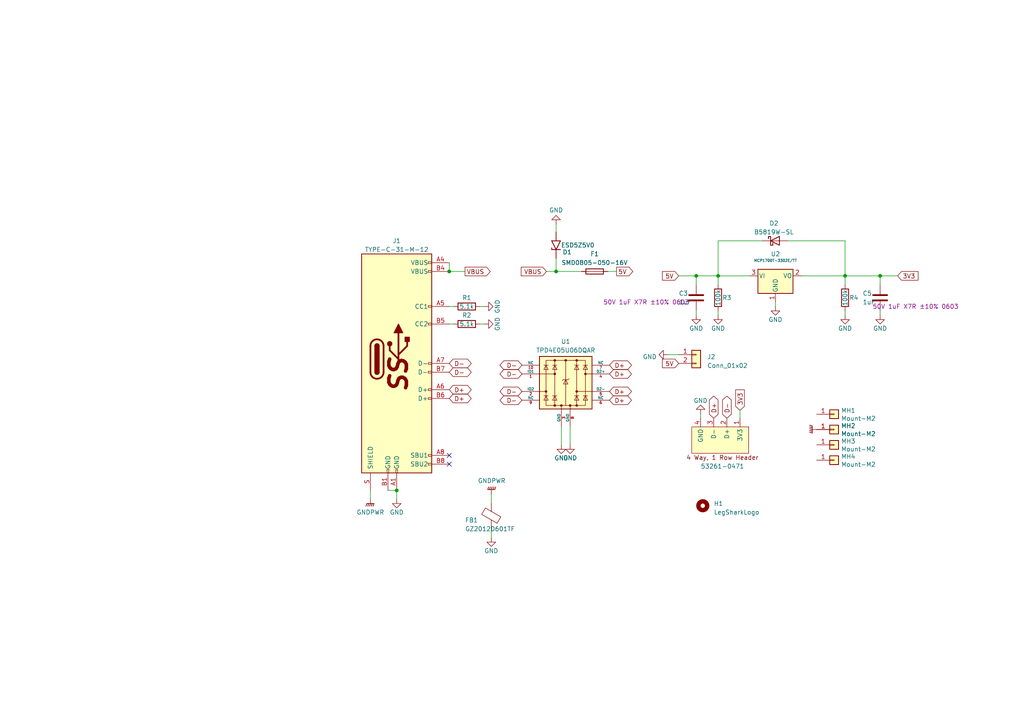
<source format=kicad_sch>
(kicad_sch (version 20230121) (generator eeschema)
  (paper "A4")
  (lib_symbols
    (symbol "Connector_Generic:Conn_01x01" (pin_names (offset 1.016) hide)
      (property "Reference" "J" (at 0 2.54 0))
      (property "Value" "Conn_01x01" (at 0 -2.54 0))
      (symbol "Conn_01x01_1_1"
        (rectangle (start -1.27 0.127) (end 0 -0.127) (stroke (width 0.1524)))
        (rectangle (start -1.27 1.27) (end 1.27 -1.27) (stroke (width 0.254)) (fill (type background)))
        (pin passive line (at -5.08 0 0) (length 3.81) (name "Pin_1") (number "1"))
      )
    )
    (symbol "Connector_Generic:Conn_01x02" (pin_names (offset 1.016) hide)
      (property "Reference" "J" (at 0 2.54 0))
      (property "Value" "Conn_01x02" (at 0 -5.08 0))
      (symbol "Conn_01x02_1_1"
        (rectangle (start -1.27 -2.413) (end 0 -2.667) (stroke (width 0.1524)))
        (rectangle (start -1.27 0.127) (end 0 -0.127) (stroke (width 0.1524)))
        (rectangle (start -1.27 1.27) (end 1.27 -3.81) (stroke (width 0.254)) (fill (type background)))
        (pin passive line (at -5.08 0 0) (length 3.81) (name "Pin_1") (number "1"))
        (pin passive line (at -5.08 -2.54 0) (length 3.81) (name "Pin_2") (number "2"))
      )
    )
    (symbol "Device:C" (pin_numbers hide) (pin_names (offset 0.254))
      (property "Reference" "C" (at 0.635 2.54 0))
      (property "Value" "C" (at 0.635 -2.54 0))
      (symbol "C_0_1"
        (polyline (pts (xy -2.032 -0.762) (xy 2.032 -0.762)) (stroke (width 0.508)))
        (polyline (pts (xy -2.032 0.762) (xy 2.032 0.762)) (stroke (width 0.508)))
      )
      (symbol "C_1_1"
        (pin passive line (at 0 3.81 270) (length 2.794) (name "~") (number "1"))
        (pin passive line (at 0 -3.81 90) (length 2.794) (name "~") (number "2"))
      )
    )
    (symbol "Device:D_Schottky" (pin_numbers hide) (pin_names (offset 1.016) hide)
      (property "Reference" "D" (at 0 2.54 0))
      (property "Value" "D_Schottky" (at 0 -2.54 0))
      (symbol "D_Schottky_0_1"
        (polyline (pts (xy 1.27 0) (xy -1.27 0)))
        (polyline (pts (xy 1.27 1.27) (xy 1.27 -1.27) (xy -1.27 0) (xy 1.27 1.27)) (stroke (width 0.254)))
        (polyline (pts (xy -1.905 0.635) (xy -1.905 1.27) (xy -1.27 1.27) (xy -1.27 -1.27) (xy -0.635 -1.27) (xy -0.635 -0.635)) (stroke (width 0.254)))
      )
      (symbol "D_Schottky_1_1"
        (pin passive line (at -3.81 0 0) (length 2.54) (name "K") (number "1"))
        (pin passive line (at 3.81 0 180) (length 2.54) (name "A") (number "2"))
      )
    )
    (symbol "Device:FerriteBead" (pin_numbers hide) (pin_names (offset 0))
      (property "Reference" "FB" (at -3.81 0.635 90))
      (property "Value" "FerriteBead" (at 3.81 0 90))
      (symbol "FerriteBead_0_1"
        (polyline (pts (xy 0 -1.27) (xy 0 -1.2192)))
        (polyline (pts (xy 0 1.27) (xy 0 1.2954)))
        (polyline (pts (xy -2.7686 0.4064) (xy -1.7018 2.2606) (xy 2.7686 -0.3048) (xy 1.6764 -2.159) (xy -2.7686 0.4064)))
      )
      (symbol "FerriteBead_1_1"
        (pin passive line (at 0 3.81 270) (length 2.54) (name "~") (number "1"))
        (pin passive line (at 0 -3.81 90) (length 2.54) (name "~") (number "2"))
      )
    )
    (symbol "Device:Fuse" (pin_numbers hide) (pin_names (offset 0))
      (property "Reference" "F" (at 2.032 0 90))
      (property "Value" "Fuse" (at -1.905 0 90))
      (symbol "Fuse_0_1"
        (rectangle (start -0.762 -2.54) (end 0.762 2.54) (stroke (width 0.254)))
        (polyline (pts (xy 0 2.54) (xy 0 -2.54)))
      )
      (symbol "Fuse_1_1"
        (pin passive line (at 0 3.81 270) (length 1.27) (name "~") (number "1"))
        (pin passive line (at 0 -3.81 90) (length 1.27) (name "~") (number "2"))
      )
    )
    (symbol "Device:R" (pin_numbers hide) (pin_names (offset 0))
      (property "Reference" "R" (at 2.032 0 90))
      (property "Value" "R" (at 0 0 90))
      (symbol "R_0_1"
        (rectangle (start -1.016 -2.54) (end 1.016 2.54) (stroke (width 0.254)))
      )
      (symbol "R_1_1"
        (pin passive line (at 0 3.81 270) (length 1.27) (name "~") (number "1"))
        (pin passive line (at 0 -3.81 90) (length 1.27) (name "~") (number "2"))
      )
    )
    (symbol "Diode:SMF6V0A" (pin_numbers hide) (pin_names (offset 1.016) hide)
      (property "Reference" "D" (at 0 2.54 0))
      (property "Value" "SMF6V0A" (at 0 -2.54 0))
      (symbol "SMF6V0A_0_1"
        (polyline (pts (xy -0.762 1.27) (xy -1.27 1.27) (xy -1.27 -1.27)) (stroke (width 0.254)))
        (polyline (pts (xy 1.27 1.27) (xy 1.27 -1.27) (xy -1.27 0) (xy 1.27 1.27)) (stroke (width 0.254)))
      )
      (symbol "SMF6V0A_1_1"
        (pin passive line (at -3.81 0 0) (length 2.54) (name "A1") (number "1"))
        (pin passive line (at 3.81 0 180) (length 2.54) (name "A2") (number "2"))
      )
    )
    (symbol "Mechanical:MountingHole" (pin_names (offset 1.016))
      (property "Reference" "H" (at 0 5.08 0))
      (property "Value" "MountingHole" (at 0 3.175 0))
      (symbol "MountingHole_0_1"
        (circle (center 0 0) (radius 1.27) (stroke (width 1.27)))
      )
    )
    (symbol "Regulator_Linear:MCP1700-3302E_SOT23" (pin_names (offset 0.254))
      (property "Reference" "U" (at -3.81 3.175 0))
      (property "Value" "MCP1700-3302E_SOT23" (at 0 3.175 0))
      (symbol "MCP1700-3302E_SOT23_0_1"
        (rectangle (start -5.08 1.905) (end 5.08 -5.08) (stroke (width 0.254)) (fill (type background)))
      )
      (symbol "MCP1700-3302E_SOT23_1_1"
        (pin power_in line (at 0 -7.62 90) (length 2.54) (name "GND") (number "1"))
        (pin power_out line (at 7.62 0 180) (length 2.54) (name "VO") (number "2"))
        (pin power_in line (at -7.62 0 0) (length 2.54) (name "VI") (number "3"))
      )
    )
    (symbol "acheron_Symbols:TPD4E05U06DQAR" (pin_names (offset 0))
      (property "Reference" "U" (at 0 12.7 0))
      (property "Value" "TPD4E05U06DQAR" (at 0 10.16 0))
      (symbol "TPD4E05U06DQAR_0_0"
        (rectangle (start -5.715 6.477) (end 5.715 -6.604))
        (polyline (pts (xy -3.175 -6.604) (xy -3.175 6.477)))
        (polyline (pts (xy 0 6.477) (xy 0 -6.604)))
        (polyline (pts (xy 3.175 6.477) (xy 3.175 -6.604)))
      )
      (symbol "TPD4E05U06DQAR_0_1"
        (rectangle (start -7.62 7.62) (end 7.62 -7.62) (stroke (width 0.254)) (fill (type background)))
        (circle (center -5.715 -2.54) (radius 0.2794) (fill (type outline)))
        (circle (center -3.175 -6.604) (radius 0.2794) (fill (type outline)))
        (circle (center -3.175 2.54) (radius 0.2794) (fill (type outline)))
        (circle (center -3.175 6.477) (radius 0.2794) (fill (type outline)))
        (circle (center -1.27 -6.604) (radius 0.2794) (fill (type outline)))
        (polyline (pts (xy -7.747 2.54) (xy -3.175 2.54)))
        (polyline (pts (xy -7.62 -2.54) (xy -5.715 -2.54)))
        (polyline (pts (xy -5.08 -3.81) (xy -6.35 -3.81)))
        (polyline (pts (xy -5.08 5.08) (xy -6.35 5.08)))
        (polyline (pts (xy -2.54 -3.81) (xy -3.81 -3.81)))
        (polyline (pts (xy -2.54 5.08) (xy -3.81 5.08)))
        (polyline (pts (xy -1.27 -6.604) (xy -1.27 -7.62)))
        (polyline (pts (xy -0.635 0.889) (xy -1.016 0.635)))
        (polyline (pts (xy 0.635 0.889) (xy -0.635 0.889)))
        (polyline (pts (xy 0.635 0.889) (xy 1.016 1.143)))
        (polyline (pts (xy 3.81 -3.81) (xy 2.54 -3.81)))
        (polyline (pts (xy 3.81 5.08) (xy 2.54 5.08)))
        (polyline (pts (xy 6.35 -3.81) (xy 5.08 -3.81)))
        (polyline (pts (xy 6.35 5.08) (xy 5.08 5.08)))
        (polyline (pts (xy 7.62 -2.54) (xy 3.175 -2.54)))
        (polyline (pts (xy 7.62 2.54) (xy 5.715 2.54)))
        (polyline (pts (xy -5.08 -5.08) (xy -6.35 -5.08) (xy -5.715 -3.81) (xy -5.08 -5.08)))
        (polyline (pts (xy -5.08 3.81) (xy -6.35 3.81) (xy -5.715 5.08) (xy -5.08 3.81)))
        (polyline (pts (xy -2.54 -5.08) (xy -3.81 -5.08) (xy -3.175 -3.81) (xy -2.54 -5.08)))
        (polyline (pts (xy -2.54 3.81) (xy -3.81 3.81) (xy -3.175 5.08) (xy -2.54 3.81)))
        (polyline (pts (xy 0.635 -0.381) (xy -0.635 -0.381) (xy 0 0.889) (xy 0.635 -0.381)))
        (polyline (pts (xy 3.81 -5.08) (xy 2.54 -5.08) (xy 3.175 -3.81) (xy 3.81 -5.08)))
        (polyline (pts (xy 3.81 3.81) (xy 2.54 3.81) (xy 3.175 5.08) (xy 3.81 3.81)))
        (polyline (pts (xy 6.35 -5.08) (xy 5.08 -5.08) (xy 5.715 -3.81) (xy 6.35 -5.08)))
        (polyline (pts (xy 6.35 3.81) (xy 5.08 3.81) (xy 5.715 5.08) (xy 6.35 3.81)))
        (circle (center 0 6.477) (radius 0.2794) (fill (type outline)))
        (circle (center 3.175 -6.604) (radius 0.2794) (fill (type outline)))
        (circle (center 3.175 -2.54) (radius 0.2794) (fill (type outline)))
        (circle (center 3.175 6.477) (radius 0.2794) (fill (type outline)))
        (circle (center 5.715 2.54) (radius 0.2794) (fill (type outline)))
      )
      (symbol "TPD4E05U06DQAR_1_1"
        (polyline (pts (xy 1.27 -6.604) (xy 1.27 -7.62)))
        (circle (center 1.27 -6.604) (radius 0.2794) (fill (type outline)))
        (pin bidirectional line (at -12.7 2.54 0) (length 5.08) (name "IO1") (number "1"))
        (pin bidirectional line (at -12.7 5.08 0) (length 5.08) (name "NC") (number "10"))
        (pin bidirectional line (at -12.7 -2.54 0) (length 5.08) (name "IO2") (number "2"))
        (pin power_in line (at -1.27 -12.7 90) (length 5.08) (name "GND") (number "3"))
        (pin bidirectional line (at 12.7 2.54 180) (length 5.08) (name "D2+") (number "4"))
        (pin bidirectional line (at 12.7 -2.54 180) (length 5.08) (name "D2-") (number "5"))
        (pin bidirectional line (at 12.7 -5.08 180) (length 5.08) (name "NC") (number "6"))
        (pin bidirectional line (at 12.7 5.08 180) (length 5.08) (name "NC") (number "7"))
        (pin power_in line (at 1.27 -12.7 90) (length 5.08) (name "GND") (number "8"))
        (pin bidirectional line (at -12.7 -5.08 0) (length 5.08) (name "NC") (number "9"))
      )
    )
    (symbol "acheron_Symbols:TYPE-C-31-M12_13" (pin_names (offset 1.016))
      (property "Reference" "J" (at -1.27 35.56 0))
      (property "Value" "TYPE-C-31-M12_13" (at 10.16 33.02 0))
      (symbol "TYPE-C-31-M12_13_0_0"
        (rectangle (start -0.254 -31.75) (end 0.254 -30.734))
        (rectangle (start 10.16 -28.956) (end 9.144 -29.464))
        (rectangle (start 10.16 -26.416) (end 9.144 -26.924))
        (rectangle (start 10.16 -9.906) (end 9.144 -10.414))
        (rectangle (start 10.16 -7.366) (end 9.144 -7.874))
        (rectangle (start 10.16 -2.286) (end 9.144 -2.794))
        (rectangle (start 10.16 0.254) (end 9.144 -0.254))
        (rectangle (start 10.16 11.684) (end 9.144 11.176))
        (rectangle (start 10.16 16.764) (end 9.144 16.256))
        (rectangle (start 10.16 29.464) (end 9.144 28.956))
        (text "SS" (at 0.508 -3.175 900) (effects (font (size 5.08 5.08) bold italic)))
      )
      (symbol "TYPE-C-31-M12_13_0_1"
        (rectangle (start -10.16 31.75) (end 10.16 -31.75) (stroke (width 0.254)) (fill (type background)))
        (arc (start -7.62 -2.54) (mid -5.715 -4.4367) (end -3.81 -2.54) (stroke (width 0.508)))
        (arc (start -6.35 -2.54) (mid -5.715 -3.1723) (end -5.08 -2.54) (stroke (width 0.254)))
        (arc (start -6.35 -2.54) (mid -5.715 -3.1723) (end -5.08 -2.54) (stroke (width 0.254)) (fill (type outline)))
        (rectangle (start -6.35 -2.54) (end -5.08 5.08) (stroke (width 0.254)) (fill (type outline)))
        (arc (start -5.08 5.08) (mid -5.715 5.7123) (end -6.35 5.08) (stroke (width 0.254)))
        (arc (start -5.08 5.08) (mid -5.715 5.7123) (end -6.35 5.08) (stroke (width 0.254)) (fill (type outline)))
        (arc (start -3.81 5.08) (mid -5.715 6.9767) (end -7.62 5.08) (stroke (width 0.508)))
        (circle (center -2.032 5.715) (radius 0.635) (stroke (width 0.254)) (fill (type outline)))
        (polyline (pts (xy -7.62 -2.54) (xy -7.62 5.08)) (stroke (width 0.508)))
        (polyline (pts (xy -3.81 5.08) (xy -3.81 -2.54)) (stroke (width 0.508)))
        (polyline (pts (xy 0.508 0) (xy 0.508 8.89)) (stroke (width 0.508)))
        (polyline (pts (xy 0.508 1.27) (xy -2.032 3.81) (xy -2.032 5.08)) (stroke (width 0.508)))
        (polyline (pts (xy 0.508 2.54) (xy 3.048 5.08) (xy 3.048 6.35)) (stroke (width 0.508)))
        (polyline (pts (xy -0.762 8.89) (xy 0.508 11.43) (xy 1.778 8.89) (xy -0.762 8.89)) (stroke (width 0.254)) (fill (type outline)))
        (rectangle (start 2.413 6.35) (end 3.683 7.62) (stroke (width 0.254)) (fill (type outline)))
      )
      (symbol "TYPE-C-31-M12_13_1_1"
        (rectangle (start -2.794 -31.75) (end -2.286 -30.734))
        (rectangle (start 10.16 26.924) (end 9.144 26.416))
        (pin power_out line (at 0 -36.83 90) (length 5.08) (name "GND") (number "A1"))
        (pin power_out line (at 15.24 29.21 180) (length 5.08) (name "VBUS") (number "A4"))
        (pin bidirectional line (at 15.24 16.51 180) (length 5.08) (name "CC1") (number "A5"))
        (pin bidirectional line (at 15.24 -7.62 180) (length 5.08) (name "D+") (number "A6"))
        (pin bidirectional line (at 15.24 0 180) (length 5.08) (name "D-") (number "A7"))
        (pin bidirectional line (at 15.24 -26.67 180) (length 5.08) (name "SBU1") (number "A8"))
        (pin power_out line (at -2.54 -36.83 90) (length 5.08) (name "GND") (number "B1"))
        (pin power_out line (at 15.24 26.67 180) (length 5.08) (name "VBUS") (number "B4"))
        (pin bidirectional line (at 15.24 11.43 180) (length 5.08) (name "CC2") (number "B5"))
        (pin bidirectional line (at 15.24 -10.16 180) (length 5.08) (name "D+") (number "B6"))
        (pin bidirectional line (at 15.24 -2.54 180) (length 5.08) (name "D-") (number "B7"))
        (pin bidirectional line (at 15.24 -29.21 180) (length 5.08) (name "SBU2") (number "B8"))
        (pin passive line (at -7.62 -36.83 90) (length 5.08) (name "SHIELD") (number "S"))
      )
    )
    (symbol "legshark_symbols:Header_4_Way,_1_Row"
      (property "Value" "53261-0471" (at 7.62 0 90))
      (symbol "Header_4_Way,_1_Row_1_1"
        (rectangle (start -3.81 7.62) (end 3.81 -8.89) (fill (type background)))
        (text "4 Way, 1 Row Header" (at 5.08 0 900) (effects (font (size 1.27 1.27))))
        (pin bidirectional line (at -6.35 5.08 0) (length 2.54) (name "3V3") (number "1"))
        (pin bidirectional line (at -6.35 1.27 0) (length 2.54) (name "D+") (number "2"))
        (pin bidirectional line (at -6.35 -2.54 0) (length 2.54) (name "D-") (number "3"))
        (pin bidirectional line (at -6.35 -6.35 0) (length 2.54) (name "GND") (number "4"))
      )
    )
    (symbol "power:GND" (power) (pin_names (offset 0))
      (property "Value" "GND" (at 0 -3.81 0))
      (symbol "GND_0_1"
        (polyline (pts (xy 0 0) (xy 0 -1.27) (xy 1.27 -1.27) (xy 0 -2.54) (xy -1.27 -1.27) (xy 0 -1.27)))
      )
      (symbol "GND_1_1"
        (pin power_in line (at 0 0 270) (length 0) hide (name "GND") (number "1"))
      )
    )
    (symbol "power:GNDPWR" (power) (pin_names (offset 0))
      (property "Value" "GNDPWR" (at 0 -3.302 0))
      (symbol "GNDPWR_0_1"
        (polyline (pts (xy 0 -1.27) (xy 0 0)))
        (polyline (pts (xy -1.016 -1.27) (xy -1.27 -2.032) (xy -1.27 -2.032)) (stroke (width 0.2032)))
        (polyline (pts (xy -0.508 -1.27) (xy -0.762 -2.032) (xy -0.762 -2.032)) (stroke (width 0.2032)))
        (polyline (pts (xy 0 -1.27) (xy -0.254 -2.032) (xy -0.254 -2.032)) (stroke (width 0.2032)))
        (polyline (pts (xy 0.508 -1.27) (xy 0.254 -2.032) (xy 0.254 -2.032)) (stroke (width 0.2032)))
        (polyline (pts (xy 1.016 -1.27) (xy -1.016 -1.27) (xy -1.016 -1.27)) (stroke (width 0.2032)))
        (polyline (pts (xy 1.016 -1.27) (xy 0.762 -2.032) (xy 0.762 -2.032) (xy 0.762 -2.032)) (stroke (width 0.2032)))
      )
      (symbol "GNDPWR_1_1"
        (pin power_in line (at 0 0 270) (length 0) hide (name "GNDPWR") (number "1"))
      )
    )
  )
  (junction (at 245.11 80.01))
  (junction (at 115.062 142.24))
  (junction (at 161.29 78.74))
  (junction (at 130.302 78.74))
  (junction (at 201.93 80.01))
  (junction (at 208.28 80.01))
  (junction (at 255.27 80.01))
  (no_connect (at 130.302 134.62))
  (no_connect (at 130.302 132.08))
  (wire (pts (xy 131.572 93.98) (xy 130.302 93.98)))
  (wire (pts (xy 255.27 80.01) (xy 255.27 82.55)))
  (wire (pts (xy 245.11 80.01) (xy 255.27 80.01)))
  (wire (pts (xy 176.276 78.74) (xy 178.816 78.74)))
  (wire (pts (xy 140.462 88.9) (xy 139.192 88.9)))
  (wire (pts (xy 130.302 78.74) (xy 134.874 78.74)))
  (wire (pts (xy 201.93 91.44) (xy 201.93 90.17)))
  (wire (pts (xy 224.917 87.63) (xy 224.917 88.9)))
  (wire (pts (xy 208.28 80.01) (xy 217.297 80.01)))
  (wire (pts (xy 161.29 78.74) (xy 168.656 78.74)))
  (wire (pts (xy 208.28 80.01) (xy 208.28 82.55)))
  (wire (pts (xy 255.27 91.44) (xy 255.27 90.17)))
  (wire (pts (xy 193.675 102.87) (xy 196.85 102.87)))
  (wire (pts (xy 201.93 80.01) (xy 201.93 82.55)))
  (wire (pts (xy 208.28 91.44) (xy 208.28 90.17)))
  (wire (pts (xy 161.29 74.93) (xy 161.29 78.74)))
  (wire (pts (xy 142.494 143.256) (xy 142.494 145.796)))
  (wire (pts (xy 130.302 76.2) (xy 130.302 78.74)))
  (wire (pts (xy 203.2 120.015) (xy 203.2 121.285)))
  (wire (pts (xy 214.63 118.999) (xy 214.63 121.285)))
  (wire (pts (xy 165.354 129.032) (xy 165.354 123.698)))
  (wire (pts (xy 245.11 91.44) (xy 245.11 90.17)))
  (wire (pts (xy 245.11 80.01) (xy 245.11 69.85)))
  (wire (pts (xy 255.27 80.01) (xy 260.35 80.01)))
  (wire (pts (xy 158.496 78.74) (xy 161.29 78.74)))
  (wire (pts (xy 208.28 80.01) (xy 208.28 69.85)))
  (wire (pts (xy 232.537 80.01) (xy 245.11 80.01)))
  (wire (pts (xy 162.814 129.032) (xy 162.814 123.698)))
  (wire (pts (xy 196.85 80.01) (xy 201.93 80.01)))
  (wire (pts (xy 142.494 153.416) (xy 142.494 155.956)))
  (wire (pts (xy 140.462 93.98) (xy 139.192 93.98)))
  (wire (pts (xy 228.6 69.85) (xy 245.11 69.85)))
  (wire (pts (xy 201.93 80.01) (xy 208.28 80.01)))
  (wire (pts (xy 107.442 144.78) (xy 107.442 142.24)))
  (wire (pts (xy 115.062 142.24) (xy 115.062 144.78)))
  (wire (pts (xy 245.11 80.01) (xy 245.11 82.55)))
  (wire (pts (xy 131.572 88.9) (xy 130.302 88.9)))
  (wire (pts (xy 208.28 69.85) (xy 220.98 69.85)))
  (wire (pts (xy 161.29 65.024) (xy 161.29 67.31)))
  (wire (pts (xy 112.522 142.24) (xy 115.062 142.24)))
  (global_label "3V3" (shape input) (at 214.63 118.999 90) (property "Intersheetrefs" "${INTERSHEET_REFS}" (effects hide)))
  (global_label "D-" (shape bidirectional) (at 151.384 105.918 180) (property "Intersheetrefs" "${INTERSHEET_REFS}" (effects hide)))
  (global_label "D+" (shape bidirectional) (at 176.784 116.078 0) (property "Intersheetrefs" "${INTERSHEET_REFS}" (effects hide)))
  (global_label "D-" (shape bidirectional) (at 151.384 108.458 180) (property "Intersheetrefs" "${INTERSHEET_REFS}" (effects hide)))
  (global_label "D+" (shape bidirectional) (at 176.784 108.458 0) (property "Intersheetrefs" "${INTERSHEET_REFS}" (effects hide)))
  (global_label "D+" (shape bidirectional) (at 176.784 113.538 0) (property "Intersheetrefs" "${INTERSHEET_REFS}" (effects hide)))
  (global_label "D-" (shape bidirectional) (at 210.82 121.285 90) (property "Intersheetrefs" "${INTERSHEET_REFS}" (effects hide)))
  (global_label "D+" (shape bidirectional) (at 176.784 105.918 0) (property "Intersheetrefs" "${INTERSHEET_REFS}" (effects hide)))
  (global_label "D+" (shape bidirectional) (at 130.302 115.57 0) (property "Intersheetrefs" "${INTERSHEET_REFS}" (effects hide)))
  (global_label "5V" (shape input) (at 196.85 105.41 180) (property "Intersheetrefs" "${INTERSHEET_REFS}" (effects hide)))
  (global_label "5V" (shape input) (at 196.85 80.01 180) (property "Intersheetrefs" "${INTERSHEET_REFS}" (effects hide)))
  (global_label "D-" (shape bidirectional) (at 151.384 113.538 180) (property "Intersheetrefs" "${INTERSHEET_REFS}" (effects hide)))
  (global_label "D-" (shape bidirectional) (at 130.302 107.95 0) (property "Intersheetrefs" "${INTERSHEET_REFS}" (effects hide)))
  (global_label "5V" (shape output) (at 178.816 78.74 0) (property "Intersheetrefs" "${INTERSHEET_REFS}" (effects hide)))
  (global_label "D-" (shape bidirectional) (at 130.302 105.41 0) (property "Intersheetrefs" "${INTERSHEET_REFS}" (effects hide)))
  (global_label "D+" (shape bidirectional) (at 130.302 113.03 0) (property "Intersheetrefs" "${INTERSHEET_REFS}" (effects hide)))
  (global_label "VBUS" (shape input) (at 158.496 78.74 180) (property "Intersheetrefs" "${INTERSHEET_REFS}" (effects hide)))
  (global_label "D-" (shape bidirectional) (at 151.384 116.078 180) (property "Intersheetrefs" "${INTERSHEET_REFS}" (effects hide)))
  (global_label "VBUS" (shape output) (at 134.874 78.74 0) (property "Intersheetrefs" "${INTERSHEET_REFS}" (effects hide)))
  (global_label "D+" (shape bidirectional) (at 207.01 121.285 90) (property "Intersheetrefs" "${INTERSHEET_REFS}" (effects hide)))
  (global_label "3V3" (shape input) (at 260.35 80.01 0) (property "Intersheetrefs" "${INTERSHEET_REFS}" (effects hide)))
  (symbol (lib_id "power:GND") (at 208.28 91.44 0) (unit 1)
    (property "Reference" "#PWR0108" (effects hide))
    (property "Value" "GND" (at 208.28 95.25 0))
  )
  (symbol (lib_id "power:GND") (at 201.93 91.44 0) (unit 1)
    (property "Reference" "#PWR0113" (effects hide))
    (property "Value" "GND" (at 201.93 95.25 0))
  )
  (symbol (lib_id "Device:R") (at 245.11 86.36 180) (unit 1)
    (property "Reference" "R4" (at 247.65 86.36 0))
    (property "Value" "100k" (at 245.11 86.36 90))
    (property "Footprint" "Resistor_SMD:R_0402_1005Metric" (effects hide))
    (property "Package" "0402" (effects hide))
    (property "Specification" "125mW Thick Film Resistors ±1% 100kΩ 0402" (effects hide))
    (property "Manufacturer" "YAGEO" (effects hide))
    (property "Vendor Part Number" "LCSC C606167" (effects hide))
  )
  (symbol (lib_id "power:GNDPWR") (at 107.442 144.78 0) (unit 1)
    (property "Reference" "#PWR01" (effects hide))
    (property "Value" "GNDPWR" (at 107.442 148.59 0))
  )
  (symbol (lib_id "Device:Fuse") (at 172.466 78.74 90) (unit 1)
    (property "Reference" "F1" (at 172.466 73.66 90))
    (property "Value" "SMD0805-050-16V" (at 172.466 76.2 90))
    (property "Footprint" "Fuse:Fuse_1206_3216Metric" (effects hide))
    (property "Manufacturer Part Number" "SMD0805-050-16V" (effects hide))
    (property "Package" "F0805" (effects hide))
    (property "Vendor Part Number" "LCSC C2833485" (effects hide))
  )
  (symbol (lib_id "power:GND") (at 203.2 120.015 180) (unit 1)
    (property "Reference" "#PWR0105" (effects hide))
    (property "Value" "GND" (at 203.2 116.205 0))
  )
  (symbol (lib_id "acheron_Symbols:TPD4E05U06DQAR") (at 164.084 110.998 0) (unit 1)
    (property "Reference" "U1" (at 164.084 99.06 0))
    (property "Value" "TPD4E05U06DQAR" (at 164.084 101.6 0))
    (property "Footprint" "Package_SON:USON-10_2.5x1.0mm_P0.5mm" (effects hide))
    (property "Manufacturer" "Texas Instruments" (effects hide))
    (property "Manufacturer Part #" "TPD4E05U06DQAR" (effects hide))
    (property "Package" "uSON-10" (effects hide))
    (property "Vendor Part Number" "LCSC C138714" (effects hide))
  )
  (symbol (lib_id "power:GND") (at 193.675 102.87 270) (unit 1)
    (property "Reference" "#PWR07" (effects hide))
    (property "Value" "GND" (at 190.5 103.505 90) (effects (justify right)))
  )
  (symbol (lib_id "Device:R") (at 208.28 86.36 180) (unit 1)
    (property "Reference" "R3" (at 210.82 86.36 0))
    (property "Value" "100k" (at 208.28 86.36 90))
    (property "Footprint" "Resistor_SMD:R_0402_1005Metric" (effects hide))
    (property "Package" "0402" (effects hide))
    (property "Specification" "125mW Thick Film Resistors ±1% 100kΩ 0402" (effects hide))
    (property "Manufacturer" "YAGEO" (effects hide))
    (property "Vendor Part Number" "LCSC C606167" (effects hide))
  )
  (symbol (lib_id "power:GNDPWR") (at 236.855 124.587 270) (unit 1)
    (property "Reference" "#PWR06" (effects hide))
    (property "Value" "GNDPWR" (effects hide))
  )
  (symbol (lib_id "power:GND") (at 224.917 88.9 0) (unit 1)
    (property "Reference" "#PWR0112" (effects hide))
    (property "Value" "GND" (at 224.917 92.71 0))
  )
  (symbol (lib_id "Connector_Generic:Conn_01x01") (at 241.935 124.587 0) (unit 1) (in_bom no)
    (property "Reference" "MH2" (at 243.9416 123.5202 0) (effects (justify left)))
    (property "Value" "Mount-M2" (at 243.9416 125.8316 0) (effects (justify left)))
    (property "Footprint" "MountingHole:MountingHole_2.2mm_M2_Pad_TopBottom" (effects hide))
  )
  (symbol (lib_id "Connector_Generic:Conn_01x02") (at 201.93 102.87 0) (unit 1)
    (property "Reference" "J2" (at 205.105 103.505 0) (effects (justify left)))
    (property "Value" "Conn_01x02" (at 205.105 106.045 0) (effects (justify left)))
    (property "Footprint" "acheron_Connectors:PinHeader_1x2_P2.54mm_Vertical" (effects hide))
  )
  (symbol (lib_id "Device:D_Schottky") (at 224.79 69.85 0) (unit 1)
    (property "Reference" "D2" (at 224.4725 64.77 0))
    (property "Value" "B5819W-SL" (at 224.4725 67.31 0))
    (property "Footprint" "Diode_SMD:D_SOD-123" (effects hide))
    (property "Package" "SOD-123" (effects hide))
    (property "Vendor Part Number" "LCSC C8598" (effects hide))
    (property "Manufacturer" "Changjiang Electronics Tech" (effects hide))
    (property "Specification" "1A SOD-123 Schottky Barrier Diodes" (effects hide))
  )
  (symbol (lib_id "power:GND") (at 255.27 91.44 0) (unit 1)
    (property "Reference" "#PWR0110" (effects hide))
    (property "Value" "GND" (at 255.27 95.25 0))
  )
  (symbol (lib_id "Device:C") (at 255.27 86.36 0) (unit 1)
    (property "Reference" "C5" (at 250.19 85.09 0) (effects (justify left)))
    (property "Value" "1uF " (at 250.19 87.63 0) (effects (justify left)))
    (property "Footprint" "Capacitor_SMD:C_0603_1608Metric" (effects hide))
    (property "Datasheet" "https://datasheet.lcsc.com/lcsc/1811111513_FH--Guangdong-Fenghua-Advanced-Tech-0603B105K500NT_C90540.pdf" (effects hide))
    (property "Specification" "50V 1uF X7R ±10% 0603" (at 265.557 88.9 0))
    (property "Package" "0603" (effects hide))
    (property "Manufacturer Part Number" "0603B105K500NT" (effects hide))
    (property "Manufacturer" "Guangdong Fenghua Advanced Tech" (effects hide))
    (property "Vendor Part Number" "LCSC C90540" (effects hide))
  )
  (symbol (lib_id "Device:R") (at 135.382 88.9 90) (unit 1)
    (property "Reference" "R1" (at 135.382 86.36 90))
    (property "Value" "5.1k" (at 135.382 88.9 90))
    (property "Footprint" "Resistor_SMD:R_0402_1005Metric" (effects hide))
  )
  (symbol (lib_id "power:GND") (at 165.354 129.032 0) (unit 1)
    (property "Reference" "#PWR04" (effects hide))
    (property "Value" "GND" (at 165.354 132.842 0))
  )
  (symbol (lib_id "power:GND") (at 142.494 155.956 0) (unit 1)
    (property "Reference" "#PWR0104" (effects hide))
    (property "Value" "GND" (at 142.494 159.766 0))
  )
  (symbol (lib_id "power:GND") (at 162.814 129.032 0) (unit 1)
    (property "Reference" "#PWR03" (effects hide))
    (property "Value" "GND" (at 162.814 132.842 0))
  )
  (symbol (lib_id "legshark_symbols:Header_4_Way,_1_Row") (at 209.55 127.635 270) (unit 1)
    (property "Reference" "T1" (effects hide))
    (property "Value" "53261-0471" (at 209.55 135.255 90))
    (property "Footprint" "Legshark:Molex, PicoBlade, 53261, 4 Way, 1 Row, Right Angle PCB Header" (effects hide))
    (property "Datasheet" "https://docs.rs-online.com/4dcc/0900766b8150e34b.pdf" (effects hide))
  )
  (symbol (lib_id "power:GND") (at 140.462 93.98 90) (unit 1)
    (property "Reference" "#PWR0101" (effects hide))
    (property "Value" "GND" (at 144.272 93.98 0))
  )
  (symbol (lib_id "Device:FerriteBead") (at 142.494 149.606 0) (unit 1)
    (property "Reference" "FB1" (at 134.874 150.876 0) (effects (justify left)))
    (property "Value" "GZ2012D601TF" (at 134.874 153.416 0) (effects (justify left)))
    (property "Footprint" "Inductor_SMD:L_0805_2012Metric_Pad1.05x1.20mm_HandSolder" (effects hide))
    (property "Manufacturer Part Number" "GZ2012D601TF" (effects hide))
    (property "Package" "F0805" (effects hide))
    (property "Vendor Part Number" "LCSC C1017" (effects hide))
  )
  (symbol (lib_id "Mechanical:MountingHole") (at 203.835 146.685 0) (unit 1)
    (property "Reference" "H1" (at 207.01 146.05 0) (effects (justify left)))
    (property "Value" "LegSharkLogo" (at 207.01 148.59 0) (effects (justify left)))
    (property "Footprint" "Legshark:Legshark_Small_Mask" (effects hide))
  )
  (symbol (lib_id "power:GND") (at 115.062 144.78 0) (unit 1)
    (property "Reference" "#PWR0103" (effects hide))
    (property "Value" "GND" (at 115.062 148.59 0))
  )
  (symbol (lib_id "Device:C") (at 201.93 86.36 0) (unit 1)
    (property "Reference" "C3" (at 196.85 85.09 0) (effects (justify left)))
    (property "Value" "1uF " (at 196.85 87.63 0) (effects (justify left)))
    (property "Footprint" "Capacitor_SMD:C_0603_1608Metric" (effects hide))
    (property "Datasheet" "https://datasheet.lcsc.com/lcsc/1811111513_FH--Guangdong-Fenghua-Advanced-Tech-0603B105K500NT_C90540.pdf" (effects hide))
    (property "Specification" "50V 1uF X7R ±10% 0603" (at 187.452 87.63 0))
    (property "Package" "0603" (effects hide))
    (property "Manufacturer Part Number" "0603B105K500NT" (effects hide))
    (property "Manufacturer" "Guangdong Fenghua Advanced Tech" (effects hide))
    (property "Vendor Part Number" "LCSC C90540" (effects hide))
  )
  (symbol (lib_id "Connector_Generic:Conn_01x01") (at 241.935 129.032 0) (unit 1) (in_bom no)
    (property "Reference" "MH3" (at 243.9416 127.9652 0) (effects (justify left)))
    (property "Value" "Mount-M2" (at 243.9416 130.2766 0) (effects (justify left)))
    (property "Footprint" "MountingHole:MountingHole_2.2mm_M2_Pad_TopOnly" (effects hide))
  )
  (symbol (lib_id "Device:R") (at 135.382 93.98 90) (unit 1)
    (property "Reference" "R2" (at 135.382 91.44 90))
    (property "Value" "5.1k" (at 135.382 93.98 90))
    (property "Footprint" "Resistor_SMD:R_0402_1005Metric" (effects hide))
  )
  (symbol (lib_id "acheron_Symbols:TYPE-C-31-M12_13") (at 115.062 105.41 0) (unit 1)
    (property "Reference" "J1" (at 115.062 69.85 0))
    (property "Value" "TYPE-C-31-M-12" (at 115.062 72.39 0))
    (property "Footprint" "acheron_Connectors:TYPE-C-31-M-12" (effects hide))
    (property "Datasheet" "https://www.usb.org/sites/default/files/documents/usb_type-c.zip" (effects hide))
    (property "Manufacturer Part Number" "TYPE-C-31-M-12" (effects hide))
    (property "Manufacturer" "Koren Hroparts" (effects hide))
    (property "Vendor Part Number" "LCSC C165948" (effects hide))
  )
  (symbol (lib_id "Diode:SMF6V0A") (at 161.29 71.12 90) (unit 1)
    (property "Reference" "D1" (at 165.862 73.152 90) (effects (justify left)))
    (property "Value" "ESD5Z5V0" (at 172.466 71.12 90) (effects (justify left)))
    (property "Footprint" "Diode_SMD:D_SOD-523" (effects hide))
    (property "Datasheet" "https://www.vishay.com/doc?85881" (effects hide))
    (property "Manufacturer" "MDD" (effects hide))
    (property "Manufacturer Part Number" "ESD5Z5V0" (effects hide))
    (property "Package" "SOD-523" (effects hide))
    (property "Vendor Part Number" "LCSC C502546" (effects hide))
  )
  (symbol (lib_id "Connector_Generic:Conn_01x01") (at 241.935 133.477 0) (unit 1) (in_bom no)
    (property "Reference" "MH4" (at 243.9416 132.4102 0) (effects (justify left)))
    (property "Value" "Mount-M2" (at 243.9416 134.7216 0) (effects (justify left)))
    (property "Footprint" "MountingHole:MountingHole_2.2mm_M2_Pad_TopOnly" (effects hide))
  )
  (symbol (lib_id "power:GNDPWR") (at 142.494 143.256 180) (unit 1)
    (property "Reference" "#PWR05" (effects hide))
    (property "Value" "GNDPWR" (at 142.621 139.446 0))
  )
  (symbol (lib_id "power:GND") (at 161.29 65.024 180) (unit 1)
    (property "Reference" "#PWR02" (effects hide))
    (property "Value" "GND" (at 161.29 60.96 0))
  )
  (symbol (lib_id "power:GND") (at 245.11 91.44 0) (unit 1)
    (property "Reference" "#PWR0109" (effects hide))
    (property "Value" "GND" (at 245.11 95.25 0))
  )
  (symbol (lib_id "Regulator_Linear:MCP1700-3302E_SOT23") (at 224.917 80.01 0) (unit 1)
    (property "Reference" "U2" (at 224.917 73.66 0))
    (property "Value" "MCP1700T-3302E/TT" (at 224.917 75.565 0) (effects (font (size 0.762 0.762))))
    (property "Footprint" "Package_TO_SOT_SMD:SOT-23" (effects hide))
    (property "Datasheet" "http://ww1.microchip.com/downloads/en/DeviceDoc/20001826D.pdf" (effects hide))
    (property "Manufacturer Part Number" "MCP1700T-3302E/TT" (effects hide))
    (property "Manufacturer" "Microchip" (effects hide))
    (property "Package" "SOT-23" (effects hide))
    (property "Specification" "3.3V fixed linear dropout regulator" (effects hide))
    (property "Vendor Part Number" "LCSC C39051" (effects hide))
  )
  (symbol (lib_id "power:GND") (at 140.462 88.9 90) (unit 1)
    (property "Reference" "#PWR0114" (effects hide))
    (property "Value" "GND" (at 144.272 88.9 0))
  )
  (symbol (lib_id "Connector_Generic:Conn_01x01") (at 241.935 120.142 0) (unit 1) (in_bom no)
    (property "Reference" "MH1" (at 243.9416 119.0752 0) (effects (justify left)))
    (property "Value" "Mount-M2" (at 243.9416 121.3866 0) (effects (justify left)))
    (property "Footprint" "MountingHole:MountingHole_2.2mm_M2_Pad_TopOnly" (effects hide))
  )
)
</source>
